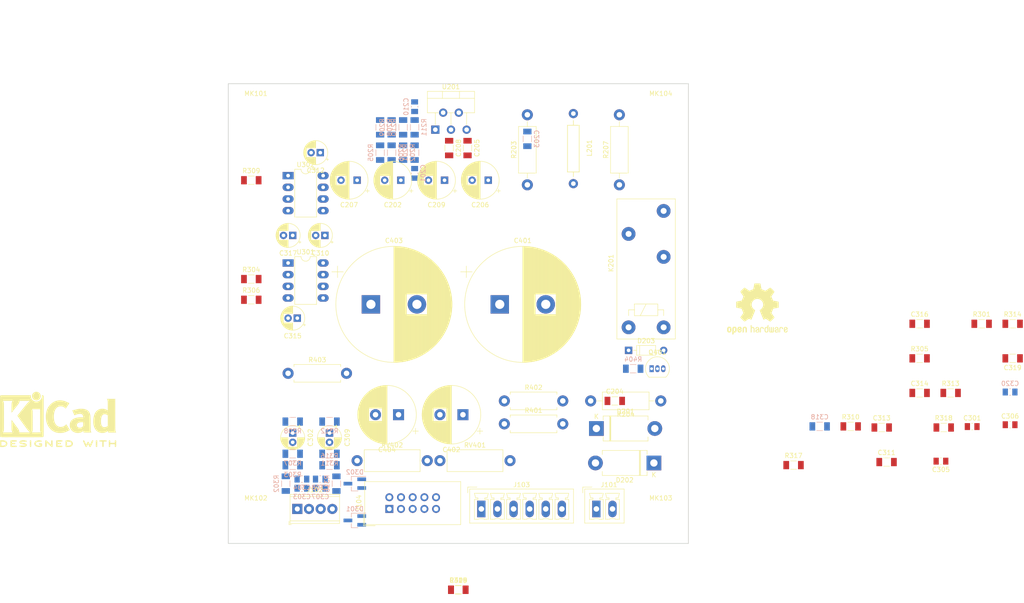
<source format=kicad_pcb>
(kicad_pcb (version 4) (host pcbnew 4.0.7-e2-6376~58~ubuntu16.04.1)
  (title_block (title "Minima PAMP") (date 2018-04-03) (rev 1.00) (company "REAL TIME CONSULTING"))
  (layers (0 F.Cu signal) (31 B.Cu signal) (34 B.Paste user) (35 F.Paste user) (36 B.SilkS user) (37 F.SilkS user) (38 B.Mask user) (39 F.Mask user) (44 Edge.Cuts user))
  (net 0 "")
  (net 1 "Net-(C207-Pad1)")
  (net 2 GNDPWR)
  (net 3 VCC)
  (net 4 VEE)
  (net 5 "Net-(C301-Pad1)")
  (net 6 "Net-(C302-Pad2)")
  (net 7 VDDA)
  (net 8 VSSA)
  (net 9 "Net-(C305-Pad1)")
  (net 10 "Net-(C201-Pad2)")
  (net 11 "Net-(C302-Pad1)")
  (net 12 "Net-(R304-Pad2)")
  (net 13 "Net-(C303-Pad1)")
  (net 14 "Net-(C307-Pad2)")
  (net 15 "Net-(C308-Pad2)")
  (net 16 "Net-(C202-Pad1)")
  (net 17 "/Power amplifier/inp")
  (net 18 "Net-(C203-Pad1)")
  (net 19 "Net-(C203-Pad2)")
  (net 20 "Net-(C204-Pad1)")
  (net 21 "/Power amplifier/spkhot")
  (net 22 "/Power amplifier/inn")
  (net 23 "Net-(C210-Pad2)")
  (net 24 "Net-(C305-Pad2)")
  (net 25 "Net-(C306-Pad1)")
  (net 26 "Net-(C309-Pad1)")
  (net 27 "Net-(C320-Pad1)")
  (net 28 "Net-(C320-Pad2)")
  (net 29 "/Power amplifier/mutep")
  (net 30 "/Power amplifier/muten")
  (net 31 "/Input section/inp")
  (net 32 "/Input section/inn")
  (net 33 "/Power amplifier/outp")
  (net 34 "Net-(Q401-Pad2)")
  (net 35 "Net-(R306-Pad2)")
  (net 36 "/Power supply/ps_prevcc")
  (net 37 "/Power supply/ps_prevee")
  (net 38 "/Power supply/ps_ctrl_gnd")
  (net 39 "/Power supply/ps_ctrl_op")
  (net 40 "/Input section/sgnd")
  (net 41 "Net-(R201-Pad1)")
  (net 42 "Net-(R208-Pad1)")
  (module Capacitor_THT:CP_Radial_D5.0mm_P2.00mm (layer F.Cu) (at 109.56 78.72 180)
    (fp_text reference C317 (at 1 -3.87 180) (layer F.SilkS))
    (fp_text value 22u)
    (pad 1 thru_hole rect (at 0 0 180) (size 1.6 1.6) (drill 0.8) (layers *.Cu *.Mask) (net 2 GNDPWR))
    (pad 2 thru_hole circle (at 2 0 180) (size 1.6 1.6) (drill 0.8) (layers *.Cu *.Mask) (net 8 VSSA))
  )
  (module Package_TO_SOT_SMD:SOT-23_Handsoldering (layer B.Cu) (at 123.06 140.72 180)
    (fp_text reference D301 (at 0 2.5 180) (layer B.SilkS) (effects (justify mirror)))
    (fp_text value BAT54S)
    (pad 1 smd rect (at -1.5 0.95 180) (size 1.9 0.8) (layers B.Cu B.Paste B.Mask) (net 8 VSSA))
    (pad 2 smd rect (at -1.5 -0.95 180) (size 1.9 0.8) (layers B.Cu B.Paste B.Mask) (net 7 VDDA))
    (pad 3 smd rect (at 1.5 0 180) (size 1.9 0.8) (layers B.Cu B.Paste B.Mask) (net 13 "Net-(C303-Pad1)"))
  )
  (module Package_TO_SOT_SMD:SOT-23_Handsoldering (layer B.Cu) (at 123.06 132.72 180)
    (fp_text reference D302 (at 0 2.5 180) (layer B.SilkS) (effects (justify mirror)))
    (fp_text value BAT54S)
    (pad 1 smd rect (at -1.5 0.95 180) (size 1.9 0.8) (layers B.Cu B.Paste B.Mask) (net 8 VSSA))
    (pad 2 smd rect (at -1.5 -0.95 180) (size 1.9 0.8) (layers B.Cu B.Paste B.Mask) (net 7 VDDA))
    (pad 3 smd rect (at 1.5 0 180) (size 1.9 0.8) (layers B.Cu B.Paste B.Mask) (net 14 "Net-(C307-Pad2)"))
  )
  (module Choke_Axial_ThroughHole:Choke_Horizontal_RM15mm (layer F.Cu) (at 170.56 59.72 270)
    (fp_text reference L201 (at 0 -3.50012 270) (layer F.SilkS))
    (fp_text value 2u)
    (pad 1 thru_hole circle (at -7.50062 0 270) (size 1.99898 1.99898) (drill 1.00076) (layers *.Cu *.Mask) (net 19 "Net-(C203-Pad2)"))
    (pad 2 thru_hole circle (at 7.73938 0 270) (size 1.99898 1.99898) (drill 1.00076) (layers *.Cu *.Mask) (net 33 "/Power amplifier/outp"))
  )
  (module TO_SOT_Packages_THT:TO-220-5_Pentawatt_Multiwatt-5_Vertical_StaggeredType1 (layer F.Cu) (at 140.56 55.72)
    (fp_text reference U201 (at 3.4 -9.32) (layer F.SilkS))
    (fp_text value LM1875)
    (pad 1 thru_hole rect (at 0 0) (size 1.8 1.8) (drill 1) (layers *.Cu *.Mask) (net 41 "Net-(R201-Pad1)"))
    (pad 2 thru_hole oval (at 1.7 -3.7) (size 1.8 1.8) (drill 1) (layers *.Cu *.Mask) (net 42 "Net-(R208-Pad1)"))
    (pad 3 thru_hole oval (at 3.4 0) (size 1.8 1.8) (drill 1) (layers *.Cu *.Mask) (net 4 VEE))
    (pad 4 thru_hole oval (at 5.1 -3.7) (size 1.8 1.8) (drill 1) (layers *.Cu *.Mask) (net 19 "Net-(C203-Pad2)"))
    (pad 5 thru_hole oval (at 6.8 0) (size 1.8 1.8) (drill 1) (layers *.Cu *.Mask) (net 3 VCC))
  )
  (module Housings_DIP:DIP-8_W7.62mm_LongPads (layer F.Cu) (at 108.56 84.72)
    (fp_text reference U301 (at 3.81 -2.39) (layer F.SilkS))
    (fp_text value NE5532)
    (pad 1 thru_hole rect (at 0 0) (size 2.4 1.6) (drill 0.8) (layers *.Cu *.Mask) (net 12 "Net-(R304-Pad2)"))
    (pad 5 thru_hole oval (at 7.62 7.62) (size 2.4 1.6) (drill 0.8) (layers *.Cu *.Mask) (net 26 "Net-(C309-Pad1)"))
    (pad 2 thru_hole oval (at 0 2.54) (size 2.4 1.6) (drill 0.8) (layers *.Cu *.Mask) (net 12 "Net-(R304-Pad2)"))
    (pad 6 thru_hole oval (at 7.62 5.08) (size 2.4 1.6) (drill 0.8) (layers *.Cu *.Mask) (net 35 "Net-(R306-Pad2)"))
    (pad 3 thru_hole oval (at 0 5.08) (size 2.4 1.6) (drill 0.8) (layers *.Cu *.Mask) (net 11 "Net-(C302-Pad1)"))
    (pad 7 thru_hole oval (at 7.62 2.54) (size 2.4 1.6) (drill 0.8) (layers *.Cu *.Mask) (net 35 "Net-(R306-Pad2)"))
    (pad 4 thru_hole oval (at 0 7.62) (size 2.4 1.6) (drill 0.8) (layers *.Cu *.Mask) (net 8 VSSA))
    (pad 8 thru_hole oval (at 7.62 0) (size 2.4 1.6) (drill 0.8) (layers *.Cu *.Mask) (net 7 VDDA))
  )
  (module Diode_THT:D_DO-201AD_P12.70mm_Horizontal (layer F.Cu) (at 175.56 120.72)
    (fp_text reference D201 (at 6.35 -3.72) (layer F.SilkS))
    (fp_text value 1N5404)
    (fp_text user K (at 0 -2.6) (layer F.SilkS))
    (pad 1 thru_hole rect (at 0 0) (size 3.2 3.2) (drill 1.6) (layers *.Cu *.Mask) (net 3 VCC))
    (pad 2 thru_hole oval (at 12.7 0) (size 3.2 3.2) (drill 1.6) (layers *.Cu *.Mask) (net 21 "/Power amplifier/spkhot"))
  )
  (module Diode_THT:D_DO-201AD_P12.70mm_Horizontal (layer F.Cu) (at 188.06 128.22 180)
    (fp_text reference D202 (at 6.35 -3.72 180) (layer F.SilkS))
    (fp_text value 1N5404)
    (fp_text user K (at 0 -2.6 180) (layer F.SilkS))
    (pad 1 thru_hole rect (at 0 0 180) (size 3.2 3.2) (drill 1.6) (layers *.Cu *.Mask) (net 21 "/Power amplifier/spkhot"))
    (pad 2 thru_hole oval (at 12.7 0 180) (size 3.2 3.2) (drill 1.6) (layers *.Cu *.Mask) (net 4 VEE))
  )
  (module Resistor_THT:R_Axial_DIN0414_L11.9mm_D4.5mm_P15.24mm_Horizontal (layer F.Cu) (at 141.56 127.72)
    (fp_text reference RV401 (at 7.62 -3.37) (layer F.SilkS))
    (fp_text value Varistor)
    (pad 1 thru_hole circle (at 0 0) (size 2.4 2.4) (drill 1.2) (layers *.Cu *.Mask) (net 2 GNDPWR))
    (pad 2 thru_hole oval (at 15.24 0) (size 2.4 2.4) (drill 1.2) (layers *.Cu *.Mask) (net 7 VDDA))
  )
  (module Resistor_THT:R_Axial_DIN0414_L11.9mm_D4.5mm_P15.24mm_Horizontal (layer F.Cu) (at 123.56 127.72)
    (fp_text reference RV402 (at 7.62 -3.37) (layer F.SilkS))
    (fp_text value Varistor)
    (pad 1 thru_hole circle (at 0 0) (size 2.4 2.4) (drill 1.2) (layers *.Cu *.Mask) (net 8 VSSA))
    (pad 2 thru_hole oval (at 15.24 0) (size 2.4 2.4) (drill 1.2) (layers *.Cu *.Mask) (net 2 GNDPWR))
  )
  (module Capacitor_SMD:C_0805_2012Metric_Pad1.15x1.50mm_HandSolder (layer B.Cu) (at 136.06 65.22 90)
    (fp_text reference C201 (at 0 1.85 90) (layer B.SilkS) (effects (justify mirror)))
    (fp_text value 15p)
    (pad 1 smd rect (at -1.0425 0 90) (size 1.145 1.5) (layers B.Cu B.Paste B.Mask) (net 40 "/Input section/sgnd"))
    (pad 2 smd rect (at 1.0425 0 90) (size 1.145 1.5) (layers B.Cu B.Paste B.Mask) (net 10 "Net-(C201-Pad2)"))
  )
  (module Capacitor_SMD:C_1206_3216Metric_Pad1.24x1.80mm_HandSolder (layer F.Cu) (at 179.56 114.72)
    (fp_text reference C204 (at 0 -2.05) (layer F.SilkS))
    (fp_text value 100n)
    (pad 1 smd rect (at -1.5925 0) (size 1.245 1.8) (layers F.Cu F.Paste F.Mask) (net 20 "Net-(C204-Pad1)"))
    (pad 2 smd rect (at 1.5925 0) (size 1.245 1.8) (layers F.Cu F.Paste F.Mask) (net 21 "/Power amplifier/spkhot"))
  )
  (module Capacitor_SMD:C_1206_3216Metric_Pad1.24x1.80mm_HandSolder (layer F.Cu) (at 143.56 59.72 270)
    (fp_text reference C208 (at 0 -2.05 270) (layer F.SilkS))
    (fp_text value 100n)
    (pad 1 smd rect (at -1.5925 0 270) (size 1.245 1.8) (layers F.Cu F.Paste F.Mask) (net 2 GNDPWR))
    (pad 2 smd rect (at 1.5925 0 270) (size 1.245 1.8) (layers F.Cu F.Paste F.Mask) (net 4 VEE))
  )
  (module Capacitor_THT:CP_Radial_D5.0mm_P2.00mm (layer F.Cu) (at 109.56 121.72 270)
    (fp_text reference C302 (at 1 -3.87 270) (layer F.SilkS))
    (fp_text value 22u)
    (pad 1 thru_hole rect (at 0 0 270) (size 1.6 1.6) (drill 0.8) (layers *.Cu *.Mask) (net 11 "Net-(C302-Pad1)"))
    (pad 2 thru_hole circle (at 2 0 270) (size 1.6 1.6) (drill 0.8) (layers *.Cu *.Mask) (net 6 "Net-(C302-Pad2)"))
  )
  (module Capacitor_SMD:C_0805_2012Metric_Pad1.15x1.50mm_HandSolder (layer F.Cu) (at 250.447571 127.824 180)
    (fp_text reference C305 (at 0 -1.85 180) (layer F.SilkS))
    (fp_text value 22p)
    (pad 1 smd rect (at -1.0425 0 180) (size 1.145 1.5) (layers F.Cu F.Paste F.Mask) (net 9 "Net-(C305-Pad1)"))
    (pad 2 smd rect (at 1.0425 0 180) (size 1.145 1.5) (layers F.Cu F.Paste F.Mask) (net 24 "Net-(C305-Pad2)"))
  )
  (module Capacitor_SMD:C_0805_2012Metric_Pad1.15x1.50mm_HandSolder (layer F.Cu) (at 265.477571 119.904)
    (fp_text reference C306 (at 0 -1.85) (layer F.SilkS))
    (fp_text value 22p)
    (pad 1 smd rect (at -1.0425 0) (size 1.145 1.5) (layers F.Cu F.Paste F.Mask) (net 25 "Net-(C306-Pad1)"))
    (pad 2 smd rect (at 1.0425 0) (size 1.145 1.5) (layers F.Cu F.Paste F.Mask) (net 40 "/Input section/sgnd"))
  )
  (module Capacitor_SMD:C_0805_2012Metric_Pad1.15x1.50mm_HandSolder (layer B.Cu) (at 115.56 133.72)
    (fp_text reference C307 (at 0 1.85) (layer B.SilkS) (effects (justify mirror)))
    (fp_text value 220p)
    (pad 1 smd rect (at -1.0425 0) (size 1.145 1.5) (layers B.Cu B.Paste B.Mask) (net 40 "/Input section/sgnd"))
    (pad 2 smd rect (at 1.0425 0) (size 1.145 1.5) (layers B.Cu B.Paste B.Mask) (net 14 "Net-(C307-Pad2)"))
  )
  (module Capacitor_SMD:C_0805_2012Metric_Pad1.15x1.50mm_HandSolder (layer B.Cu) (at 115.56 131.72)
    (fp_text reference C308 (at 0 1.85) (layer B.SilkS) (effects (justify mirror)))
    (fp_text value 1n)
    (pad 1 smd rect (at -1.0425 0) (size 1.145 1.5) (layers B.Cu B.Paste B.Mask) (net 40 "/Input section/sgnd"))
    (pad 2 smd rect (at 1.0425 0) (size 1.145 1.5) (layers B.Cu B.Paste B.Mask) (net 15 "Net-(C308-Pad2)"))
  )
  (module Capacitor_THT:CP_Radial_D5.0mm_P2.00mm (layer F.Cu) (at 110.56 96.72 180)
    (fp_text reference C315 (at 1 -3.87 180) (layer F.SilkS))
    (fp_text value 22u)
    (pad 1 thru_hole rect (at 0 0 180) (size 1.6 1.6) (drill 0.8) (layers *.Cu *.Mask) (net 2 GNDPWR))
    (pad 2 thru_hole circle (at 2 0 180) (size 1.6 1.6) (drill 0.8) (layers *.Cu *.Mask) (net 8 VSSA))
  )
  (module Capacitor_SMD:C_1206_3216Metric_Pad1.24x1.80mm_HandSolder (layer B.Cu) (at 224.094001 120.264 180)
    (fp_text reference C318 (at 0 2.05 180) (layer B.SilkS) (effects (justify mirror)))
    (fp_text value 100n)
    (pad 1 smd rect (at -1.5925 0 180) (size 1.245 1.8) (layers B.Cu B.Paste B.Mask) (net 2 GNDPWR))
    (pad 2 smd rect (at 1.5925 0 180) (size 1.245 1.8) (layers B.Cu B.Paste B.Mask) (net 8 VSSA))
  )
  (module Connector_Phoenix_MC:PhoenixContact_MCV_1,5_2-G-3.5_1x02_P3.50mm_Vertical (layer F.Cu) (at 175.56 138.22)
    (fp_text reference J101 (at 2.75 -5.25) (layer F.SilkS))
    (fp_text value output)
    (pad 1 thru_hole rect (at 0 0) (size 1.8 3.6) (drill 1.2) (layers *.Cu *.Mask) (net 21 "/Power amplifier/spkhot"))
    (pad 2 thru_hole oval (at 3.5 0) (size 1.8 3.6) (drill 1.2) (layers *.Cu *.Mask) (net 2 GNDPWR))
  )
  (module Resistor_THT:R_Axial_DIN0411_L9.9mm_D3.6mm_P15.24mm_Horizontal (layer F.Cu) (at 160.56 67.72 90)
    (fp_text reference R203 (at 7.62 -2.92 90) (layer F.SilkS))
    (fp_text value 4.7)
    (pad 1 thru_hole circle (at 0 0 90) (size 2.4 2.4) (drill 1.2) (layers *.Cu *.Mask) (net 2 GNDPWR))
    (pad 2 thru_hole oval (at 15.24 0 90) (size 2.4 2.4) (drill 1.2) (layers *.Cu *.Mask) (net 18 "Net-(C203-Pad1)"))
  )
  (module Resistor_THT:R_Axial_DIN0411_L9.9mm_D3.6mm_P12.70mm_Horizontal (layer F.Cu) (at 155.56 119.72)
    (fp_text reference R401 (at 6.35 -2.92) (layer F.SilkS))
    (fp_text value 1)
    (pad 1 thru_hole circle (at 0 0) (size 2.4 2.4) (drill 1.2) (layers *.Cu *.Mask) (net 7 VDDA))
    (pad 2 thru_hole oval (at 12.7 0) (size 2.4 2.4) (drill 1.2) (layers *.Cu *.Mask) (net 36 "/Power supply/ps_prevcc"))
  )
  (module Resistor_THT:R_Axial_DIN0411_L9.9mm_D3.6mm_P12.70mm_Horizontal (layer F.Cu) (at 155.56 114.72)
    (fp_text reference R402 (at 6.35 -2.92) (layer F.SilkS))
    (fp_text value 1)
    (pad 1 thru_hole circle (at 0 0) (size 2.4 2.4) (drill 1.2) (layers *.Cu *.Mask) (net 8 VSSA))
    (pad 2 thru_hole oval (at 12.7 0) (size 2.4 2.4) (drill 1.2) (layers *.Cu *.Mask) (net 37 "/Power supply/ps_prevee"))
  )
  (module Capacitor_SMD:C_0805_2012Metric_Pad1.15x1.50mm_HandSolder (layer B.Cu) (at 111.56 133.72)
    (fp_text reference C303 (at 0 1.85) (layer B.SilkS) (effects (justify mirror)))
    (fp_text value 220p)
    (pad 1 smd rect (at -1.0425 0) (size 1.145 1.5) (layers B.Cu B.Paste B.Mask) (net 13 "Net-(C303-Pad1)"))
    (pad 2 smd rect (at 1.0425 0) (size 1.145 1.5) (layers B.Cu B.Paste B.Mask) (net 40 "/Input section/sgnd"))
  )
  (module Capacitor_SMD:C_0805_2012Metric_Pad1.15x1.50mm_HandSolder (layer B.Cu) (at 111.56 131.72)
    (fp_text reference C304 (at 0 1.85) (layer B.SilkS) (effects (justify mirror)))
    (fp_text value 1n)
    (pad 1 smd rect (at -1.0425 0) (size 1.145 1.5) (layers B.Cu B.Paste B.Mask) (net 6 "Net-(C302-Pad2)"))
    (pad 2 smd rect (at 1.0425 0) (size 1.145 1.5) (layers B.Cu B.Paste B.Mask) (net 40 "/Input section/sgnd"))
  )
  (module Capacitor_THT:CP_Radial_D5.0mm_P2.00mm (layer F.Cu) (at 115.56 60.72 180)
    (fp_text reference C312 (at 1 -3.87 180) (layer F.SilkS))
    (fp_text value 22u)
    (pad 1 thru_hole rect (at 0 0 180) (size 1.6 1.6) (drill 0.8) (layers *.Cu *.Mask) (net 7 VDDA))
    (pad 2 thru_hole circle (at 2 0 180) (size 1.6 1.6) (drill 0.8) (layers *.Cu *.Mask) (net 2 GNDPWR))
  )
  (module Capacitor_SMD:C_1206_3216Metric_Pad1.24x1.80mm_HandSolder (layer F.Cu) (at 245.814001 112.984)
    (fp_text reference C314 (at 0 -2.05) (layer F.SilkS))
    (fp_text value 100n)
    (pad 1 smd rect (at -1.5925 0) (size 1.245 1.8) (layers F.Cu F.Paste F.Mask) (net 7 VDDA))
    (pad 2 smd rect (at 1.5925 0) (size 1.245 1.8) (layers F.Cu F.Paste F.Mask) (net 2 GNDPWR))
  )
  (module Capacitor_SMD:C_1206_3216Metric_Pad1.24x1.80mm_HandSolder (layer F.Cu) (at 245.814001 97.944)
    (fp_text reference C316 (at 0 -2.05) (layer F.SilkS))
    (fp_text value 100n)
    (pad 1 smd rect (at -1.5925 0) (size 1.245 1.8) (layers F.Cu F.Paste F.Mask) (net 2 GNDPWR))
    (pad 2 smd rect (at 1.5925 0) (size 1.245 1.8) (layers F.Cu F.Paste F.Mask) (net 8 VSSA))
  )
  (module Resistor_THT:R_Axial_DIN0411_L9.9mm_D3.6mm_P15.24mm_Horizontal (layer F.Cu) (at 189.56 114.72 180)
    (fp_text reference R204 (at 7.62 -2.92 180) (layer F.SilkS))
    (fp_text value 10)
    (pad 1 thru_hole circle (at 0 0 180) (size 2.4 2.4) (drill 1.2) (layers *.Cu *.Mask) (net 2 GNDPWR))
    (pad 2 thru_hole oval (at 15.24 0 180) (size 2.4 2.4) (drill 1.2) (layers *.Cu *.Mask) (net 20 "Net-(C204-Pad1)"))
  )
  (module Resistor_THT:R_Axial_DIN0411_L9.9mm_D3.6mm_P15.24mm_Horizontal (layer F.Cu) (at 180.56 67.72 90)
    (fp_text reference R207 (at 7.62 -2.92 90) (layer F.SilkS))
    (fp_text value 4.7)
    (pad 1 thru_hole circle (at 0 0 90) (size 2.4 2.4) (drill 1.2) (layers *.Cu *.Mask) (net 33 "/Power amplifier/outp"))
    (pad 2 thru_hole oval (at 15.24 0 90) (size 2.4 2.4) (drill 1.2) (layers *.Cu *.Mask) (net 19 "Net-(C203-Pad2)"))
  )
  (module Resistor_SMD:R_1206_3216Metric_Pad1.24x1.80mm_HandSolder (layer B.Cu) (at 133.56 60.72 90)
    (fp_text reference R202 (at 0 2.05 90) (layer B.SilkS) (effects (justify mirror)))
    (fp_text value 15k)
    (pad 1 smd rect (at -1.5925 0 90) (size 1.245 1.8) (layers B.Cu B.Paste B.Mask) (net 40 "/Input section/sgnd"))
    (pad 2 smd rect (at 1.5925 0 90) (size 1.245 1.8) (layers B.Cu B.Paste B.Mask) (net 41 "Net-(R201-Pad1)"))
  )
  (module Resistor_SMD:R_1206_3216Metric_Pad1.24x1.80mm_HandSolder (layer B.Cu) (at 128.56 60.72 270)
    (fp_text reference R205 (at 0 2.05 270) (layer B.SilkS) (effects (justify mirror)))
    (fp_text value 499)
    (pad 1 smd rect (at -1.5925 0 270) (size 1.245 1.8) (layers B.Cu B.Paste B.Mask) (net 41 "Net-(R201-Pad1)"))
    (pad 2 smd rect (at 1.5925 0 270) (size 1.245 1.8) (layers B.Cu B.Paste B.Mask) (net 16 "Net-(C202-Pad1)"))
  )
  (module Resistor_SMD:R_1206_3216Metric_Pad1.24x1.80mm_HandSolder (layer B.Cu) (at 131.06 60.72 90)
    (fp_text reference R206 (at 0 2.05 90) (layer B.SilkS) (effects (justify mirror)))
    (fp_text value 15k)
    (pad 1 smd rect (at -1.5925 0 90) (size 1.245 1.8) (layers B.Cu B.Paste B.Mask) (net 40 "/Input section/sgnd"))
    (pad 2 smd rect (at 1.5925 0 90) (size 1.245 1.8) (layers B.Cu B.Paste B.Mask) (net 41 "Net-(R201-Pad1)"))
  )
  (module Resistor_SMD:R_1206_3216Metric_Pad1.24x1.80mm_HandSolder (layer B.Cu) (at 128.56 55.22 90)
    (fp_text reference R208 (at 0 2.05 90) (layer B.SilkS) (effects (justify mirror)))
    (fp_text value 499)
    (pad 1 smd rect (at -1.5925 0 90) (size 1.245 1.8) (layers B.Cu B.Paste B.Mask) (net 42 "Net-(R208-Pad1)"))
    (pad 2 smd rect (at 1.5925 0 90) (size 1.245 1.8) (layers B.Cu B.Paste B.Mask) (net 1 "Net-(C207-Pad1)"))
  )
  (module Resistor_SMD:R_1206_3216Metric_Pad1.24x1.80mm_HandSolder (layer B.Cu) (at 131.06 55.22 270)
    (fp_text reference R209 (at 0 2.05 270) (layer B.SilkS) (effects (justify mirror)))
    (fp_text value 15k)
    (pad 1 smd rect (at -1.5925 0 270) (size 1.245 1.8) (layers B.Cu B.Paste B.Mask) (net 19 "Net-(C203-Pad2)"))
    (pad 2 smd rect (at 1.5925 0 270) (size 1.245 1.8) (layers B.Cu B.Paste B.Mask) (net 42 "Net-(R208-Pad1)"))
  )
  (module Resistor_SMD:R_1206_3216Metric_Pad1.24x1.80mm_HandSolder (layer B.Cu) (at 133.56 55.22 270)
    (fp_text reference R210 (at 0 2.05 270) (layer B.SilkS) (effects (justify mirror)))
    (fp_text value 15k)
    (pad 1 smd rect (at -1.5925 0 270) (size 1.245 1.8) (layers B.Cu B.Paste B.Mask) (net 19 "Net-(C203-Pad2)"))
    (pad 2 smd rect (at 1.5925 0 270) (size 1.245 1.8) (layers B.Cu B.Paste B.Mask) (net 42 "Net-(R208-Pad1)"))
  )
  (module Resistor_SMD:R_1206_3216Metric_Pad1.24x1.80mm_HandSolder (layer F.Cu) (at 259.294001 97.944)
    (fp_text reference R301 (at 0 -2.05) (layer F.SilkS))
    (fp_text value 2k)
    (pad 1 smd rect (at -1.5925 0) (size 1.245 1.8) (layers F.Cu F.Paste F.Mask) (net 40 "/Input section/sgnd"))
    (pad 2 smd rect (at 1.5925 0) (size 1.245 1.8) (layers F.Cu F.Paste F.Mask) (net 5 "Net-(C301-Pad1)"))
  )
  (module Resistor_SMD:R_1206_3216Metric_Pad1.24x1.80mm_HandSolder (layer B.Cu) (at 108.06 132.72 270)
    (fp_text reference R302 (at 0 2.05 270) (layer B.SilkS) (effects (justify mirror)))
    (fp_text value 100)
    (pad 1 smd rect (at -1.5925 0 270) (size 1.245 1.8) (layers B.Cu B.Paste B.Mask) (net 13 "Net-(C303-Pad1)"))
    (pad 2 smd rect (at 1.5925 0 270) (size 1.245 1.8) (layers B.Cu B.Paste B.Mask) (net 31 "/Input section/inp"))
  )
  (module Resistor_SMD:R_1206_3216Metric_Pad1.24x1.80mm_HandSolder (layer B.Cu) (at 109.56 128.72)
    (fp_text reference R303 (at 0 2.05) (layer B.SilkS) (effects (justify mirror)))
    (fp_text value 100)
    (pad 1 smd rect (at -1.5925 0) (size 1.245 1.8) (layers B.Cu B.Paste B.Mask) (net 6 "Net-(C302-Pad2)"))
    (pad 2 smd rect (at 1.5925 0) (size 1.245 1.8) (layers B.Cu B.Paste B.Mask) (net 13 "Net-(C303-Pad1)"))
  )
  (module Resistor_SMD:R_1206_3216Metric_Pad1.24x1.80mm_HandSolder (layer F.Cu) (at 100.56 88.22)
    (fp_text reference R304 (at 0 -2.05) (layer F.SilkS))
    (fp_text value 2k)
    (pad 1 smd rect (at -1.5925 0) (size 1.245 1.8) (layers F.Cu F.Paste F.Mask) (net 5 "Net-(C301-Pad1)"))
    (pad 2 smd rect (at 1.5925 0) (size 1.245 1.8) (layers F.Cu F.Paste F.Mask) (net 12 "Net-(R304-Pad2)"))
  )
  (module Resistor_SMD:R_1206_3216Metric_Pad1.24x1.80mm_HandSolder (layer F.Cu) (at 245.814001 105.464)
    (fp_text reference R305 (at 0 -2.05) (layer F.SilkS))
    (fp_text value 49.9)
    (pad 1 smd rect (at -1.5925 0) (size 1.245 1.8) (layers F.Cu F.Paste F.Mask) (net 17 "/Power amplifier/inp"))
    (pad 2 smd rect (at 1.5925 0) (size 1.245 1.8) (layers F.Cu F.Paste F.Mask) (net 24 "Net-(C305-Pad2)"))
  )
  (module Resistor_SMD:R_1206_3216Metric_Pad1.24x1.80mm_HandSolder (layer F.Cu) (at 100.56 92.72)
    (fp_text reference R306 (at 0 -2.05) (layer F.SilkS))
    (fp_text value 2k)
    (pad 1 smd rect (at -1.5925 0) (size 1.245 1.8) (layers F.Cu F.Paste F.Mask) (net 9 "Net-(C305-Pad1)"))
    (pad 2 smd rect (at 1.5925 0) (size 1.245 1.8) (layers F.Cu F.Paste F.Mask) (net 35 "Net-(R306-Pad2)"))
  )
  (module Resistor_SMD:R_1206_3216Metric_Pad1.24x1.80mm_HandSolder (layer B.Cu) (at 109.56 126.22)
    (fp_text reference R307 (at 0 2.05) (layer B.SilkS) (effects (justify mirror)))
    (fp_text value 100k)
    (pad 1 smd rect (at -1.5925 0) (size 1.245 1.8) (layers B.Cu B.Paste B.Mask) (net 6 "Net-(C302-Pad2)"))
    (pad 2 smd rect (at 1.5925 0) (size 1.245 1.8) (layers B.Cu B.Paste B.Mask) (net 40 "/Input section/sgnd"))
  )
  (module Resistor_SMD:R_1206_3216Metric_Pad1.24x1.80mm_HandSolder (layer B.Cu) (at 109.56 119.22)
    (fp_text reference R308 (at 0 2.05) (layer B.SilkS) (effects (justify mirror)))
    (fp_text value 11k)
    (pad 1 smd rect (at -1.5925 0) (size 1.245 1.8) (layers B.Cu B.Paste B.Mask) (net 11 "Net-(C302-Pad1)"))
    (pad 2 smd rect (at 1.5925 0) (size 1.245 1.8) (layers B.Cu B.Paste B.Mask) (net 40 "/Input section/sgnd"))
  )
  (module Resistor_SMD:R_1206_3216Metric_Pad1.24x1.80mm_HandSolder (layer F.Cu) (at 100.56 66.72)
    (fp_text reference R309 (at 0 -2.05) (layer F.SilkS))
    (fp_text value 2k)
    (pad 1 smd rect (at -1.5925 0) (size 1.245 1.8) (layers F.Cu F.Paste F.Mask) (net 24 "Net-(C305-Pad2)"))
    (pad 2 smd rect (at 1.5925 0) (size 1.245 1.8) (layers F.Cu F.Paste F.Mask) (net 9 "Net-(C305-Pad1)"))
  )
  (module Resistor_SMD:R_1206_3216Metric_Pad1.24x1.80mm_HandSolder (layer F.Cu) (at 230.834001 120.264)
    (fp_text reference R310 (at 0 -2.05) (layer F.SilkS))
    (fp_text value 2k)
    (pad 1 smd rect (at -1.5925 0) (size 1.245 1.8) (layers F.Cu F.Paste F.Mask) (net 40 "/Input section/sgnd"))
    (pad 2 smd rect (at 1.5925 0) (size 1.245 1.8) (layers F.Cu F.Paste F.Mask) (net 25 "Net-(C306-Pad1)"))
  )
  (module Resistor_SMD:R_1206_3216Metric_Pad1.24x1.80mm_HandSolder (layer B.Cu) (at 117.56 126.22)
    (fp_text reference R311 (at 0 2.05) (layer B.SilkS) (effects (justify mirror)))
    (fp_text value 100k)
    (pad 1 smd rect (at -1.5925 0) (size 1.245 1.8) (layers B.Cu B.Paste B.Mask) (net 40 "/Input section/sgnd"))
    (pad 2 smd rect (at 1.5925 0) (size 1.245 1.8) (layers B.Cu B.Paste B.Mask) (net 15 "Net-(C308-Pad2)"))
  )
  (module Resistor_SMD:R_1206_3216Metric_Pad1.24x1.80mm_HandSolder (layer B.Cu) (at 117.56 119.22)
    (fp_text reference R312 (at 0 2.05) (layer B.SilkS) (effects (justify mirror)))
    (fp_text value 11k)
    (pad 1 smd rect (at -1.5925 0) (size 1.245 1.8) (layers B.Cu B.Paste B.Mask) (net 40 "/Input section/sgnd"))
    (pad 2 smd rect (at 1.5925 0) (size 1.245 1.8) (layers B.Cu B.Paste B.Mask) (net 26 "Net-(C309-Pad1)"))
  )
  (module Resistor_SMD:R_1206_3216Metric_Pad1.24x1.80mm_HandSolder (layer F.Cu) (at 252.554001 112.984)
    (fp_text reference R313 (at 0 -2.05) (layer F.SilkS))
    (fp_text value 2k)
    (pad 1 smd rect (at -1.5925 0) (size 1.245 1.8) (layers F.Cu F.Paste F.Mask) (net 25 "Net-(C306-Pad1)"))
    (pad 2 smd rect (at 1.5925 0) (size 1.245 1.8) (layers F.Cu F.Paste F.Mask) (net 12 "Net-(R304-Pad2)"))
  )
  (module Resistor_SMD:R_1206_3216Metric_Pad1.24x1.80mm_HandSolder (layer F.Cu) (at 266.034001 97.944)
    (fp_text reference R314 (at 0 -2.05) (layer F.SilkS))
    (fp_text value 49.9)
    (pad 1 smd rect (at -1.5925 0) (size 1.245 1.8) (layers F.Cu F.Paste F.Mask) (net 17 "/Power amplifier/inp"))
    (pad 2 smd rect (at 1.5925 0) (size 1.245 1.8) (layers F.Cu F.Paste F.Mask) (net 28 "Net-(C320-Pad2)"))
  )
  (module Resistor_SMD:R_1206_3216Metric_Pad1.24x1.80mm_HandSolder (layer B.Cu) (at 119.06 132.72 270)
    (fp_text reference R315 (at 0 2.05 270) (layer B.SilkS) (effects (justify mirror)))
    (fp_text value 100)
    (pad 1 smd rect (at -1.5925 0 270) (size 1.245 1.8) (layers B.Cu B.Paste B.Mask) (net 14 "Net-(C307-Pad2)"))
    (pad 2 smd rect (at 1.5925 0 270) (size 1.245 1.8) (layers B.Cu B.Paste B.Mask) (net 32 "/Input section/inn"))
  )
  (module Resistor_SMD:R_1206_3216Metric_Pad1.24x1.80mm_HandSolder (layer B.Cu) (at 117.56 128.72 180)
    (fp_text reference R316 (at 0 2.05 180) (layer B.SilkS) (effects (justify mirror)))
    (fp_text value 100)
    (pad 1 smd rect (at -1.5925 0 180) (size 1.245 1.8) (layers B.Cu B.Paste B.Mask) (net 15 "Net-(C308-Pad2)"))
    (pad 2 smd rect (at 1.5925 0 180) (size 1.245 1.8) (layers B.Cu B.Paste B.Mask) (net 14 "Net-(C307-Pad2)"))
  )
  (module Resistor_SMD:R_1206_3216Metric_Pad1.24x1.80mm_HandSolder (layer F.Cu) (at 218.414001 128.684)
    (fp_text reference R317 (at 0 -2.05) (layer F.SilkS))
    (fp_text value 2k)
    (pad 1 smd rect (at -1.5925 0) (size 1.245 1.8) (layers F.Cu F.Paste F.Mask) (net 27 "Net-(C320-Pad1)"))
    (pad 2 smd rect (at 1.5925 0) (size 1.245 1.8) (layers F.Cu F.Paste F.Mask) (net 35 "Net-(R306-Pad2)"))
  )
  (module Resistor_SMD:R_1206_3216Metric_Pad1.24x1.80mm_HandSolder (layer F.Cu) (at 251.054001 120.504)
    (fp_text reference R318 (at 0 -2.05) (layer F.SilkS))
    (fp_text value 2k)
    (pad 1 smd rect (at -1.5925 0) (size 1.245 1.8) (layers F.Cu F.Paste F.Mask) (net 28 "Net-(C320-Pad2)"))
    (pad 2 smd rect (at 1.5925 0) (size 1.245 1.8) (layers F.Cu F.Paste F.Mask) (net 27 "Net-(C320-Pad1)"))
  )
  (module Relays_THT:Relay_SPDT_Finder_40.51 (layer F.Cu) (at 182.56 98.72 90)
    (fp_text reference K201 (at 13.97 -3.81 90) (layer F.SilkS))
    (fp_text value FINDER-40.51)
    (pad A1 thru_hole circle (at 0 0 90) (size 3 3) (drill 1.3) (layers *.Cu *.Mask) (net 29 "/Power amplifier/mutep"))
    (pad A2 thru_hole circle (at 0 7.62 90) (size 3 3) (drill 1.3) (layers *.Cu *.Mask) (net 30 "/Power amplifier/muten"))
    (pad 11 thru_hole circle (at 20.32 0 90) (size 3 3) (drill 1.3) (layers *.Cu *.Mask) (net 21 "/Power amplifier/spkhot"))
    (pad 14 thru_hole circle (at 25.32 7.62 90) (size 3 3) (drill 1.3) (layers *.Cu *.Mask) (net 33 "/Power amplifier/outp"))
    (pad 12 thru_hole circle (at 15.32 7.62 90) (size 3 3) (drill 1.3) (layers *.Cu *.Mask))
  )
  (module Package_TO_SOT_THT:TO-92_Inline_Narrow_Oval (layer F.Cu) (at 187.56 107.72)
    (fp_text reference Q401 (at 1.27 -3.56) (layer F.SilkS))
    (fp_text value PN2222A)
    (pad 2 thru_hole oval (at 1.27 0 180) (size 0.9 1.5) (drill 0.6) (layers *.Cu *.Mask) (net 34 "Net-(Q401-Pad2)"))
    (pad 3 thru_hole oval (at 2.54 0 180) (size 0.9 1.5) (drill 0.6) (layers *.Cu *.Mask) (net 30 "/Power amplifier/muten"))
    (pad 1 thru_hole rect (at 0 0 180) (size 0.9 1.5) (drill 0.6) (layers *.Cu *.Mask) (net 38 "/Power supply/ps_ctrl_gnd"))
  )
  (module Capacitor_THT:CP_Radial_D8.0mm_P3.50mm (layer F.Cu) (at 133.06 66.72 180)
    (fp_text reference C202 (at 1.75 -5.37 180) (layer F.SilkS))
    (fp_text value 470u)
    (pad 1 thru_hole rect (at 0 0 180) (size 1.6 1.6) (drill 0.8) (layers *.Cu *.Mask) (net 16 "Net-(C202-Pad1)"))
    (pad 2 thru_hole circle (at 3.5 0 180) (size 1.6 1.6) (drill 0.8) (layers *.Cu *.Mask) (net 17 "/Power amplifier/inp"))
  )
  (module Capacitor_SMD:C_1206_3216Metric_Pad1.24x1.80mm_HandSolder (layer B.Cu) (at 160.56 57.72 90)
    (fp_text reference C203 (at 0 2.05 90) (layer B.SilkS) (effects (justify mirror)))
    (fp_text value 220n)
    (pad 1 smd rect (at -1.5925 0 90) (size 1.245 1.8) (layers B.Cu B.Paste B.Mask) (net 18 "Net-(C203-Pad1)"))
    (pad 2 smd rect (at 1.5925 0 90) (size 1.245 1.8) (layers B.Cu B.Paste B.Mask) (net 19 "Net-(C203-Pad2)"))
  )
  (module Capacitor_SMD:C_1206_3216Metric_Pad1.24x1.80mm_HandSolder (layer F.Cu) (at 147.56 59.72 270)
    (fp_text reference C205 (at 0 -2.05 270) (layer F.SilkS))
    (fp_text value 100n)
    (pad 1 smd rect (at -1.5925 0 270) (size 1.245 1.8) (layers F.Cu F.Paste F.Mask) (net 3 VCC))
    (pad 2 smd rect (at 1.5925 0 270) (size 1.245 1.8) (layers F.Cu F.Paste F.Mask) (net 2 GNDPWR))
  )
  (module Capacitor_THT:CP_Radial_D8.0mm_P3.50mm (layer F.Cu) (at 152.06 66.72 180)
    (fp_text reference C206 (at 1.75 -5.37 180) (layer F.SilkS))
    (fp_text value 100u)
    (pad 1 thru_hole rect (at 0 0 180) (size 1.6 1.6) (drill 0.8) (layers *.Cu *.Mask) (net 3 VCC))
    (pad 2 thru_hole circle (at 3.5 0 180) (size 1.6 1.6) (drill 0.8) (layers *.Cu *.Mask) (net 2 GNDPWR))
  )
  (module Capacitor_THT:CP_Radial_D8.0mm_P3.50mm (layer F.Cu) (at 123.56 66.72 180)
    (fp_text reference C207 (at 1.75 -5.37 180) (layer F.SilkS))
    (fp_text value 470u)
    (pad 1 thru_hole rect (at 0 0 180) (size 1.6 1.6) (drill 0.8) (layers *.Cu *.Mask) (net 1 "Net-(C207-Pad1)"))
    (pad 2 thru_hole circle (at 3.5 0 180) (size 1.6 1.6) (drill 0.8) (layers *.Cu *.Mask) (net 22 "/Power amplifier/inn"))
  )
  (module Capacitor_THT:CP_Radial_D8.0mm_P3.50mm (layer F.Cu) (at 142.56 66.72 180)
    (fp_text reference C209 (at 1.75 -5.37 180) (layer F.SilkS))
    (fp_text value 100u)
    (pad 1 thru_hole rect (at 0 0 180) (size 1.6 1.6) (drill 0.8) (layers *.Cu *.Mask) (net 2 GNDPWR))
    (pad 2 thru_hole circle (at 3.5 0 180) (size 1.6 1.6) (drill 0.8) (layers *.Cu *.Mask) (net 4 VEE))
  )
  (module Capacitor_SMD:C_0805_2012Metric_Pad1.15x1.50mm_HandSolder (layer B.Cu) (at 136.06 50.72 270)
    (fp_text reference C210 (at 0 1.85 270) (layer B.SilkS) (effects (justify mirror)))
    (fp_text value 15p)
    (pad 1 smd rect (at -1.0425 0 270) (size 1.145 1.5) (layers B.Cu B.Paste B.Mask) (net 19 "Net-(C203-Pad2)"))
    (pad 2 smd rect (at 1.0425 0 270) (size 1.145 1.5) (layers B.Cu B.Paste B.Mask) (net 23 "Net-(C210-Pad2)"))
  )
  (module Capacitor_SMD:C_0805_2012Metric_Pad1.15x1.50mm_HandSolder (layer F.Cu) (at 257.237571 120.304)
    (fp_text reference C301 (at 0 -1.85) (layer F.SilkS))
    (fp_text value 22p)
    (pad 1 smd rect (at -1.0425 0) (size 1.145 1.5) (layers F.Cu F.Paste F.Mask) (net 5 "Net-(C301-Pad1)"))
    (pad 2 smd rect (at 1.0425 0) (size 1.145 1.5) (layers F.Cu F.Paste F.Mask) (net 40 "/Input section/sgnd"))
  )
  (module Capacitor_THT:CP_Radial_D5.0mm_P2.00mm (layer F.Cu) (at 117.56 121.72 270)
    (fp_text reference C309 (at 1 -3.87 270) (layer F.SilkS))
    (fp_text value 22u)
    (pad 1 thru_hole rect (at 0 0 270) (size 1.6 1.6) (drill 0.8) (layers *.Cu *.Mask) (net 26 "Net-(C309-Pad1)"))
    (pad 2 thru_hole circle (at 2 0 270) (size 1.6 1.6) (drill 0.8) (layers *.Cu *.Mask) (net 15 "Net-(C308-Pad2)"))
  )
  (module Capacitor_THT:CP_Radial_D5.0mm_P2.00mm (layer F.Cu) (at 116.56 78.72 180)
    (fp_text reference C310 (at 1 -3.87 180) (layer F.SilkS))
    (fp_text value 22u)
    (pad 1 thru_hole rect (at 0 0 180) (size 1.6 1.6) (drill 0.8) (layers *.Cu *.Mask) (net 7 VDDA))
    (pad 2 thru_hole circle (at 2 0 180) (size 1.6 1.6) (drill 0.8) (layers *.Cu *.Mask) (net 2 GNDPWR))
  )
  (module Capacitor_SMD:C_1206_3216Metric_Pad1.24x1.80mm_HandSolder (layer F.Cu) (at 238.634001 128.024)
    (fp_text reference C311 (at 0 -2.05) (layer F.SilkS))
    (fp_text value 100n)
    (pad 1 smd rect (at -1.5925 0) (size 1.245 1.8) (layers F.Cu F.Paste F.Mask) (net 7 VDDA))
    (pad 2 smd rect (at 1.5925 0) (size 1.245 1.8) (layers F.Cu F.Paste F.Mask) (net 2 GNDPWR))
  )
  (module Capacitor_SMD:C_1206_3216Metric_Pad1.24x1.80mm_HandSolder (layer F.Cu) (at 237.574001 120.504)
    (fp_text reference C313 (at 0 -2.05) (layer F.SilkS))
    (fp_text value 100n)
    (pad 1 smd rect (at -1.5925 0) (size 1.245 1.8) (layers F.Cu F.Paste F.Mask) (net 7 VDDA))
    (pad 2 smd rect (at 1.5925 0) (size 1.245 1.8) (layers F.Cu F.Paste F.Mask) (net 2 GNDPWR))
  )
  (module Capacitor_SMD:C_1206_3216Metric_Pad1.24x1.80mm_HandSolder (layer F.Cu) (at 266.034001 105.464 180)
    (fp_text reference C319 (at 0 -2.05 180) (layer F.SilkS))
    (fp_text value 100n)
    (pad 1 smd rect (at -1.5925 0 180) (size 1.245 1.8) (layers F.Cu F.Paste F.Mask) (net 2 GNDPWR))
    (pad 2 smd rect (at 1.5925 0 180) (size 1.245 1.8) (layers F.Cu F.Paste F.Mask) (net 8 VSSA))
  )
  (module Capacitor_SMD:C_0805_2012Metric_Pad1.15x1.50mm_HandSolder (layer B.Cu) (at 265.477571 112.784 180)
    (fp_text reference C320 (at 0 1.85 180) (layer B.SilkS) (effects (justify mirror)))
    (fp_text value 22p)
    (pad 1 smd rect (at -1.0425 0 180) (size 1.145 1.5) (layers B.Cu B.Paste B.Mask) (net 27 "Net-(C320-Pad1)"))
    (pad 2 smd rect (at 1.0425 0 180) (size 1.145 1.5) (layers B.Cu B.Paste B.Mask) (net 28 "Net-(C320-Pad2)"))
  )
  (module Capacitor_THT:CP_Radial_D12.5mm_P5.00mm (layer F.Cu) (at 146.56 117.72 180)
    (fp_text reference C402 (at 2.5 -7.62 180) (layer F.SilkS))
    (fp_text value 1m)
    (pad 1 thru_hole rect (at 0 0 180) (size 2.4 2.4) (drill 1.2) (layers *.Cu *.Mask) (net 7 VDDA))
    (pad 2 thru_hole circle (at 5 0 180) (size 2.4 2.4) (drill 1.2) (layers *.Cu *.Mask) (net 2 GNDPWR))
  )
  (module Capacitor_THT:CP_Radial_D12.5mm_P5.00mm (layer F.Cu) (at 132.56 117.72 180)
    (fp_text reference C404 (at 2.5 -7.62 180) (layer F.SilkS))
    (fp_text value 1m)
    (pad 1 thru_hole rect (at 0 0 180) (size 2.4 2.4) (drill 1.2) (layers *.Cu *.Mask) (net 2 GNDPWR))
    (pad 2 thru_hole circle (at 5 0 180) (size 2.4 2.4) (drill 1.2) (layers *.Cu *.Mask) (net 8 VSSA))
  )
  (module Diodes_THT:D_DO-35_SOD27_P7.62mm_Horizontal (layer F.Cu) (at 182.56 103.72)
    (fp_text reference D203 (at 3.81 -2.06) (layer F.SilkS))
    (fp_text value 1N4148)
    (pad 1 thru_hole rect (at 0 0) (size 1.6 1.6) (drill 0.8) (layers *.Cu *.Mask) (net 29 "/Power amplifier/mutep"))
    (pad 2 thru_hole oval (at 7.62 0) (size 1.6 1.6) (drill 0.8) (layers *.Cu *.Mask) (net 30 "/Power amplifier/muten"))
  )
  (module Resistor_THT:R_Axial_DIN0411_L9.9mm_D3.6mm_P12.70mm_Horizontal (layer F.Cu) (at 108.56 108.72)
    (fp_text reference R403 (at 6.35 -2.92) (layer F.SilkS))
    (fp_text value 10)
    (pad 1 thru_hole circle (at 0 0) (size 2.4 2.4) (drill 1.2) (layers *.Cu *.Mask) (net 40 "/Input section/sgnd"))
    (pad 2 thru_hole oval (at 12.7 0) (size 2.4 2.4) (drill 1.2) (layers *.Cu *.Mask) (net 2 GNDPWR))
  )
  (module Resistor_SMD:R_1206_3216Metric_Pad1.24x1.80mm_HandSolder (layer B.Cu) (at 183.56 107.72 180)
    (fp_text reference R404 (at 0 2.05 180) (layer B.SilkS) (effects (justify mirror)))
    (fp_text value 1k)
    (pad 1 smd rect (at -1.5925 0 180) (size 1.245 1.8) (layers B.Cu B.Paste B.Mask) (net 34 "Net-(Q401-Pad2)"))
    (pad 2 smd rect (at 1.5925 0 180) (size 1.245 1.8) (layers B.Cu B.Paste B.Mask) (net 39 "/Power supply/ps_ctrl_op"))
  )
  (module Connector_IDC:IDC-Header_2x05_P2.54mm_Vertical (layer F.Cu) (at 130.56 138.22 90)
    (fp_text reference J104 (at 1.27 -6.604 90) (layer F.SilkS))
    (fp_text value ps_ctrl)
    (pad 1 thru_hole rect (at 0 0 90) (size 1.7272 1.7272) (drill 1.016) (layers *.Cu *.Mask) (net 29 "/Power amplifier/mutep"))
    (pad 2 thru_hole oval (at 2.54 0 90) (size 1.7272 1.7272) (drill 1.016) (layers *.Cu *.Mask) (net 38 "/Power supply/ps_ctrl_gnd"))
    (pad 3 thru_hole oval (at 0 2.54 90) (size 1.7272 1.7272) (drill 1.016) (layers *.Cu *.Mask) (net 38 "/Power supply/ps_ctrl_gnd"))
    (pad 4 thru_hole oval (at 2.54 2.54 90) (size 1.7272 1.7272) (drill 1.016) (layers *.Cu *.Mask) (net 39 "/Power supply/ps_ctrl_op"))
    (pad 5 thru_hole oval (at 0 5.08 90) (size 1.7272 1.7272) (drill 1.016) (layers *.Cu *.Mask) (net 38 "/Power supply/ps_ctrl_gnd"))
    (pad 6 thru_hole oval (at 2.54 5.08 90) (size 1.7272 1.7272) (drill 1.016) (layers *.Cu *.Mask))
    (pad 7 thru_hole oval (at 0 7.62 90) (size 1.7272 1.7272) (drill 1.016) (layers *.Cu *.Mask) (net 38 "/Power supply/ps_ctrl_gnd"))
    (pad 8 thru_hole oval (at 2.54 7.62 90) (size 1.7272 1.7272) (drill 1.016) (layers *.Cu *.Mask) (net 38 "/Power supply/ps_ctrl_gnd"))
    (pad 9 thru_hole oval (at 0 10.16 90) (size 1.7272 1.7272) (drill 1.016) (layers *.Cu *.Mask) (net 33 "/Power amplifier/outp"))
    (pad 10 thru_hole oval (at 2.54 10.16 90) (size 1.7272 1.7272) (drill 1.016) (layers *.Cu *.Mask) (net 38 "/Power supply/ps_ctrl_gnd"))
  )
  (module MountingHole:MountingHole_3.2mm_M3_ISO7380 (layer F.Cu) (at 101.56 51.72)
    (fp_text reference MK101 (at 0 -3.85) (layer F.SilkS))
    (fp_text value Mounting_Hole hide)
    (pad 1 np_thru_hole circle (at 0 0) (size 3.2 3.2) (drill 3.2) (layers *.Cu *.Mask))
  )
  (module MountingHole:MountingHole_3.2mm_M3_ISO7380 (layer F.Cu) (at 101.56 139.72)
    (fp_text reference MK102 (at 0 -3.85) (layer F.SilkS))
    (fp_text value Mounting_Hole hide)
    (pad 1 np_thru_hole circle (at 0 0) (size 3.2 3.2) (drill 3.2) (layers *.Cu *.Mask))
  )
  (module MountingHole:MountingHole_3.2mm_M3_ISO7380 (layer F.Cu) (at 189.56 139.72)
    (fp_text reference MK103 (at 0 -3.85) (layer F.SilkS))
    (fp_text value Mounting_Hole hide)
    (pad 1 np_thru_hole circle (at 0 0) (size 3.2 3.2) (drill 3.2) (layers *.Cu *.Mask))
  )
  (module MountingHole:MountingHole_3.2mm_M3_ISO7380 (layer F.Cu) (at 189.56 51.72)
    (fp_text reference MK104 (at 0 -3.85) (layer F.SilkS))
    (fp_text value Mounting_Hole hide)
    (pad 1 np_thru_hole circle (at 0 0) (size 3.2 3.2) (drill 3.2) (layers *.Cu *.Mask))
  )
  (module Symbol:KiCad-Logo2_12mm_SilkScreen (layer F.Cu) (at 58.56 118.72)
    (fp_text reference LOGO1 hide)
    (fp_text value "KiCad Logo" hide)
  )
  (module Symbol:OSHW-Logo2_14.6x12mm_SilkScreen (layer F.Cu) (at 210.56 94.72)
    (fp_text reference LOGO2 hide)
    (fp_text value "OSHW Logo" hide)
  )
  (module TerminalBlock_Phoenix:TerminalBlock_Phoenix_MPT-0,5-4-2.54_1x04_P2.54mm_Horizontal (layer F.Cu) (at 110.56 138.22)
    (fp_text reference J102 (at 3.81 -4.16) (layer F.SilkS))
    (fp_text value input)
    (pad 1 thru_hole rect (at 0 0) (size 2.2 2.2) (drill 1.1) (layers *.Cu *.Mask) (net 31 "/Input section/inp"))
    (pad 2 thru_hole circle (at 2.54 0) (size 2.2 2.2) (drill 1.1) (layers *.Cu *.Mask) (net 40 "/Input section/sgnd"))
    (pad 3 thru_hole circle (at 5.08 0) (size 2.2 2.2) (drill 1.1) (layers *.Cu *.Mask) (net 32 "/Input section/inn"))
    (pad 4 thru_hole circle (at 7.62 0) (size 2.2 2.2) (drill 1.1) (layers *.Cu *.Mask) (net 40 "/Input section/sgnd"))
  )
  (module Connector_Phoenix_MC:PhoenixContact_MCV_1,5_6-G-3.5_1x06_P3.50mm_Vertical (layer F.Cu) (at 150.56 138.22)
    (fp_text reference J103 (at 8.75 -5.25) (layer F.SilkS))
    (fp_text value powersupply)
    (pad 1 thru_hole rect (at 0 0) (size 1.8 3.6) (drill 1.2) (layers *.Cu *.Mask) (net 36 "/Power supply/ps_prevcc"))
    (pad 2 thru_hole oval (at 3.5 0) (size 1.8 3.6) (drill 1.2) (layers *.Cu *.Mask) (net 37 "/Power supply/ps_prevee"))
    (pad 3 thru_hole oval (at 7 0) (size 1.8 3.6) (drill 1.2) (layers *.Cu *.Mask) (net 2 GNDPWR))
    (pad 4 thru_hole oval (at 10.5 0) (size 1.8 3.6) (drill 1.2) (layers *.Cu *.Mask) (net 3 VCC))
    (pad 5 thru_hole oval (at 14 0) (size 1.8 3.6) (drill 1.2) (layers *.Cu *.Mask) (net 4 VEE))
    (pad 6 thru_hole oval (at 17.5 0) (size 1.8 3.6) (drill 1.2) (layers *.Cu *.Mask) (net 2 GNDPWR))
  )
  (module Capacitor_THT:CP_Radial_D25.0mm_P10.00mm_SnapIn (layer F.Cu) (at 154.56 93.72)
    (fp_text reference C401 (at 5 -13.87) (layer F.SilkS))
    (fp_text value 4m7)
    (pad 1 thru_hole rect (at 0 0) (size 4 4) (drill 2) (layers *.Cu *.Mask) (net 3 VCC))
    (pad 2 thru_hole circle (at 10 0) (size 4 4) (drill 2) (layers *.Cu *.Mask) (net 2 GNDPWR))
  )
  (module Capacitor_THT:CP_Radial_D25.0mm_P10.00mm_SnapIn (layer F.Cu) (at 126.56 93.72)
    (fp_text reference C403 (at 5 -13.87) (layer F.SilkS))
    (fp_text value 4m7)
    (pad 1 thru_hole rect (at 0 0) (size 4 4) (drill 2) (layers *.Cu *.Mask) (net 2 GNDPWR))
    (pad 2 thru_hole circle (at 10 0) (size 4 4) (drill 2) (layers *.Cu *.Mask) (net 4 VEE))
  )
  (module Housings_DIP:DIP-8_W7.62mm_LongPads (layer F.Cu) (at 108.56 65.72)
    (fp_text reference U302 (at 3.81 -2.39) (layer F.SilkS))
    (fp_text value NE5532)
    (pad 1 thru_hole rect (at 0 0) (size 2.4 1.6) (drill 0.8) (layers *.Cu *.Mask) (net 24 "Net-(C305-Pad2)"))
    (pad 5 thru_hole oval (at 7.62 7.62) (size 2.4 1.6) (drill 0.8) (layers *.Cu *.Mask) (net 25 "Net-(C306-Pad1)"))
    (pad 2 thru_hole oval (at 0 2.54) (size 2.4 1.6) (drill 0.8) (layers *.Cu *.Mask) (net 9 "Net-(C305-Pad1)"))
    (pad 6 thru_hole oval (at 7.62 5.08) (size 2.4 1.6) (drill 0.8) (layers *.Cu *.Mask) (net 27 "Net-(C320-Pad1)"))
    (pad 3 thru_hole oval (at 0 5.08) (size 2.4 1.6) (drill 0.8) (layers *.Cu *.Mask) (net 5 "Net-(C301-Pad1)"))
    (pad 7 thru_hole oval (at 7.62 2.54) (size 2.4 1.6) (drill 0.8) (layers *.Cu *.Mask) (net 28 "Net-(C320-Pad2)"))
    (pad 4 thru_hole oval (at 0 7.62) (size 2.4 1.6) (drill 0.8) (layers *.Cu *.Mask) (net 8 VSSA))
    (pad 8 thru_hole oval (at 7.62 0) (size 2.4 1.6) (drill 0.8) (layers *.Cu *.Mask) (net 7 VDDA))
  )
  (module Capacitor_SMD:C_1206_3216Metric_Pad1.24x1.80mm_HandSolder (layer F.Cu) (at 145.56 155.795001)
    (fp_text reference C405 (at 0 -2.05) (layer F.SilkS))
    (fp_text value 100n)
    (pad 1 smd rect (at -1.5925 0) (size 1.245 1.8) (layers F.Cu F.Paste F.Mask) (net 2 GNDPWR))
    (pad 2 smd rect (at 1.5925 0) (size 1.245 1.8) (layers F.Cu F.Paste F.Mask) (net 40 "/Input section/sgnd"))
  )
  (module Resistor_SMD:R_1206_3216Metric_Pad1.24x1.80mm_HandSolder (layer F.Cu) (at 145.56 155.795001)
    (fp_text reference R319 (at 0 -2.05) (layer F.SilkS))
    (fp_text value 49.9)
    (pad 1 smd rect (at -1.5925 0) (size 1.245 1.8) (layers F.Cu F.Paste F.Mask) (net 22 "/Power amplifier/inn"))
    (pad 2 smd rect (at 1.5925 0) (size 1.245 1.8) (layers F.Cu F.Paste F.Mask) (net 40 "/Input section/sgnd"))
  )
  (module Resistor_SMD:R_1206_3216Metric_Pad1.24x1.80mm_HandSolder (layer F.Cu) (at 145.56 155.795001)
    (fp_text reference R320 (at 0 -2.05) (layer F.SilkS))
    (fp_text value 49.9)
    (pad 1 smd rect (at -1.5925 0) (size 1.245 1.8) (layers F.Cu F.Paste F.Mask) (net 22 "/Power amplifier/inn"))
    (pad 2 smd rect (at 1.5925 0) (size 1.245 1.8) (layers F.Cu F.Paste F.Mask) (net 40 "/Input section/sgnd"))
  )
  (module Resistor_SMD:R_1206_3216Metric_Pad1.24x1.80mm_HandSolder (layer B.Cu) (at 136.06 55.22 90)
    (fp_text reference R211 (at 0 2.05 90) (layer B.SilkS) (effects (justify mirror)))
    (fp_text value 1k6)
    (pad 1 smd rect (at -1.5925 0 90) (size 1.245 1.8) (layers B.Cu B.Paste B.Mask) (net 42 "Net-(R208-Pad1)"))
    (pad 2 smd rect (at 1.5925 0 90) (size 1.245 1.8) (layers B.Cu B.Paste B.Mask) (net 23 "Net-(C210-Pad2)"))
  )
  (module Resistor_SMD:R_1206_3216Metric_Pad1.24x1.80mm_HandSolder (layer B.Cu) (at 136.06 60.72 270)
    (fp_text reference R201 (at 0 2.05 270) (layer B.SilkS) (effects (justify mirror)))
    (fp_text value 1k6)
    (pad 1 smd rect (at -1.5925 0 270) (size 1.245 1.8) (layers B.Cu B.Paste B.Mask) (net 41 "Net-(R201-Pad1)"))
    (pad 2 smd rect (at 1.5925 0 270) (size 1.245 1.8) (layers B.Cu B.Paste B.Mask) (net 10 "Net-(C201-Pad2)"))
  )
  (gr_line (start 95.56 145.72) (end 95.56 45.72) (angle 90) (layer Edge.Cuts) (width 0.15))
  (gr_line (start 195.56 145.72) (end 95.56 145.72) (angle 90) (layer Edge.Cuts) (width 0.15))
  (gr_line (start 195.56 45.72) (end 195.56 145.72) (angle 90) (layer Edge.Cuts) (width 0.15))
  (gr_line (start 95.56 45.72) (end 195.56 45.72) (angle 90) (layer Edge.Cuts) (width 0.15))
)
</source>
